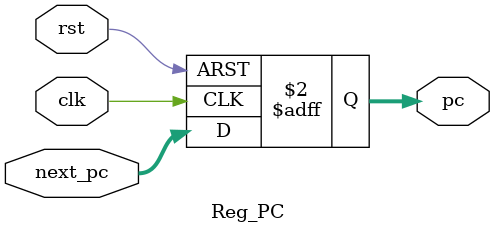
<source format=v>
`timescale 1ns/1ps

module Reg_PC (
    input               clk,
    input               rst,
    input       [31:0]  next_pc,
    output reg  [31:0]  pc
);
    always @(posedge clk or posedge rst) begin
        if(rst) pc <= 32'b0;
        else pc <= next_pc;
    end

endmodule

</source>
